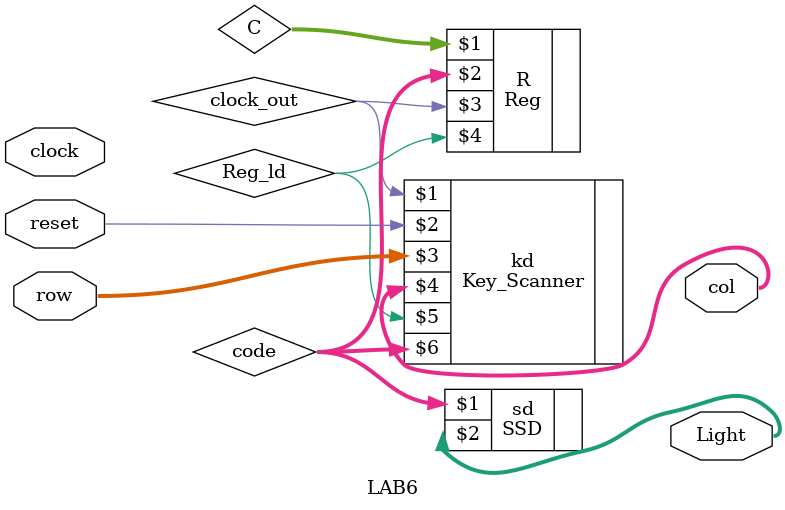
<source format=v>
`timescale 1ns / 1ps
module Divider_10000Hz (clock_in, clock_out);
    input clock_in;
    output clock_out;
    reg  [13:0] Q;
    reg clock_out;
    always @ (posedge clock_in) begin
        clock_out = Q[0] & Q[1] & Q[2] & Q[3] & ~Q[4] & ~Q[5] & ~Q[6] & ~Q[7] & Q[8] & Q[9] & Q[10] & ~Q[11] & ~Q[12] & Q[13];
        if (clock_out == 1'b1) Q <= 0;
        else Q <= Q + 1;
    end
endmodule
module LAB6(clock,reset,row,col,Light);
    input clock, reset;
    input [3:0] row;
    output [3:0] col;
    output [6:0] Light;
    wire Reg_ld,clock_out;
    wire [3:0]C;
    wire [3:0] code;
    Key_Scanner kd(clock_out,reset,row,col,Reg_ld,code);
    Reg R(C,code,clock_out,Reg_ld);
    SSD sd(code, Light);
    
endmodule

</source>
